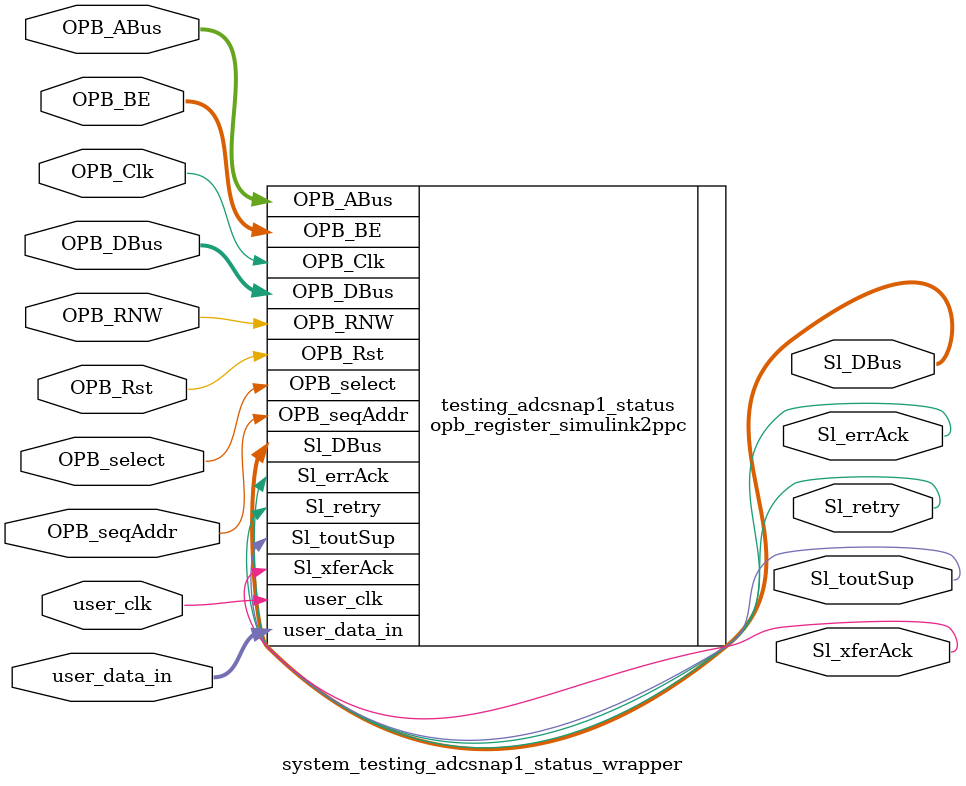
<source format=v>

module system_testing_adcsnap1_status_wrapper
  (
    OPB_Clk,
    OPB_Rst,
    Sl_DBus,
    Sl_errAck,
    Sl_retry,
    Sl_toutSup,
    Sl_xferAck,
    OPB_ABus,
    OPB_BE,
    OPB_DBus,
    OPB_RNW,
    OPB_select,
    OPB_seqAddr,
    user_data_in,
    user_clk
  );
  input OPB_Clk;
  input OPB_Rst;
  output [0:31] Sl_DBus;
  output Sl_errAck;
  output Sl_retry;
  output Sl_toutSup;
  output Sl_xferAck;
  input [0:31] OPB_ABus;
  input [0:3] OPB_BE;
  input [0:31] OPB_DBus;
  input OPB_RNW;
  input OPB_select;
  input OPB_seqAddr;
  input [31:0] user_data_in;
  input user_clk;

  opb_register_simulink2ppc
    #(
      .C_BASEADDR ( 32'h0100E100 ),
      .C_HIGHADDR ( 32'h0100E1FF ),
      .C_OPB_AWIDTH ( 32 ),
      .C_OPB_DWIDTH ( 32 ),
      .C_FAMILY ( "virtex6" )
    )
    testing_adcsnap1_status (
      .OPB_Clk ( OPB_Clk ),
      .OPB_Rst ( OPB_Rst ),
      .Sl_DBus ( Sl_DBus ),
      .Sl_errAck ( Sl_errAck ),
      .Sl_retry ( Sl_retry ),
      .Sl_toutSup ( Sl_toutSup ),
      .Sl_xferAck ( Sl_xferAck ),
      .OPB_ABus ( OPB_ABus ),
      .OPB_BE ( OPB_BE ),
      .OPB_DBus ( OPB_DBus ),
      .OPB_RNW ( OPB_RNW ),
      .OPB_select ( OPB_select ),
      .OPB_seqAddr ( OPB_seqAddr ),
      .user_data_in ( user_data_in ),
      .user_clk ( user_clk )
    );

endmodule


</source>
